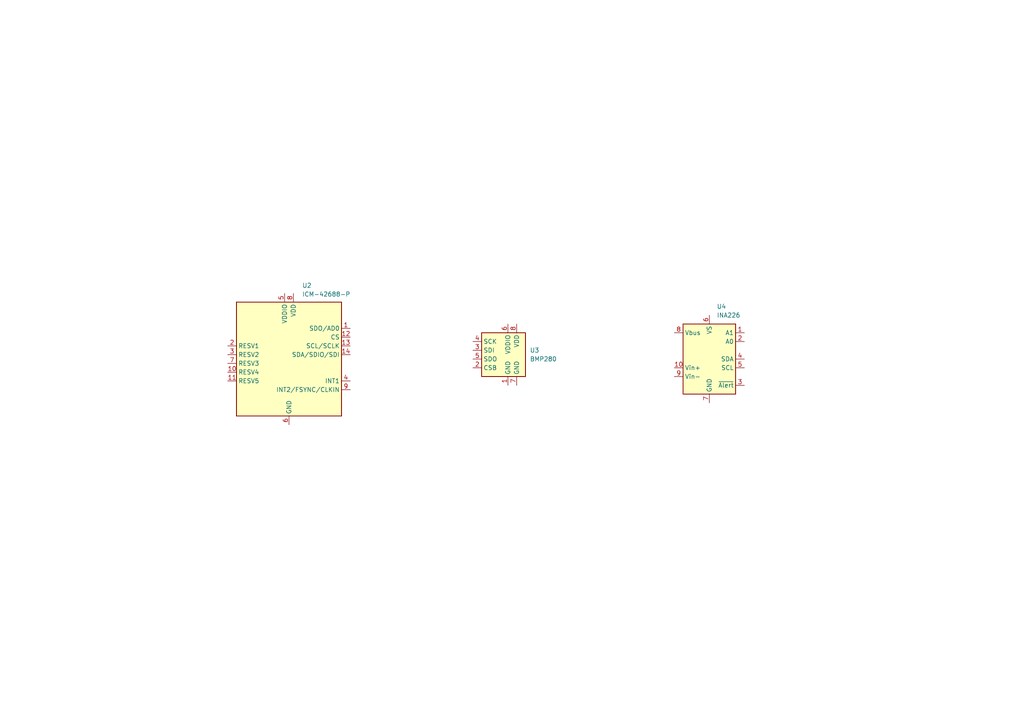
<source format=kicad_sch>
(kicad_sch (version 20250114) (generator "eeschema") (generator_version "9.0")
  (paper "A4")
  (title_block (title "THUNDER HORSE") (date "2026-01-28") (rev "1.0") (company "Chapuzas S.L."))
  (lib_symbols
    (symbol "Custom_Parts:ICM-42688-P"
      (property "Reference" "U" (at 4.826 21.59 0))
      (property "Value" "ICM-42688-P" (at 4.826 19.05 0))
      (symbol "ICM-42688-P_1_1"
        (rectangle (start -15.24 16.51) (end 15.24 -16.51) (stroke (width 0.254)) (fill (type background)))
        (pin passive line (at -17.78 3.81 0) (length 2.54) (name "RESV1") (number "2"))
        (pin passive line (at -17.78 1.27 0) (length 2.54) (name "RESV2") (number "3"))
        (pin passive line (at -17.78 -1.27 0) (length 2.54) (name "RESV3") (number "7"))
        (pin passive line (at -17.78 -3.81 0) (length 2.54) (name "RESV4") (number "10"))
        (pin passive line (at -17.78 -6.35 0) (length 2.54) (name "RESV5") (number "11"))
        (pin passive line (at -1.27 19.05 270) (length 2.54) (name "VDDIO") (number "5"))
        (pin passive line (at 0 -19.05 90) (length 2.54) (name "GND") (number "6"))
        (pin passive line (at 1.27 19.05 270) (length 2.54) (name "VDD") (number "8"))
        (pin passive line (at 17.78 8.89 180) (length 2.54) (name "SDO/AD0") (number "1"))
        (pin passive line (at 17.78 6.35 180) (length 2.54) (name "CS") (number "12"))
        (pin passive line (at 17.78 3.81 180) (length 2.54) (name "SCL/SCLK") (number "13"))
        (pin passive line (at 17.78 1.27 180) (length 2.54) (name "SDA/SDIO/SDI") (number "14"))
        (pin passive line (at 17.78 -6.35 180) (length 2.54) (name "INT1") (number "4"))
        (pin passive line (at 17.78 -8.89 180) (length 2.54) (name "INT2/FSYNC/CLKIN") (number "9"))
      )
    )
    (symbol "Sensor_Energy:INA226"
      (property "Reference" "U" (at -6.35 11.43 0))
      (property "Value" "INA226" (at 3.81 11.43 0))
      (symbol "INA226_0_1"
        (rectangle (start 7.62 10.16) (end -7.62 -10.16) (stroke (width 0.254)) (fill (type background)))
      )
      (symbol "INA226_1_1"
        (pin input line (at -10.16 7.62 0) (length 2.54) (name "Vbus") (number "8"))
        (pin input line (at -10.16 -2.54 0) (length 2.54) (name "Vin+") (number "10"))
        (pin input line (at -10.16 -5.08 0) (length 2.54) (name "Vin-") (number "9"))
        (pin power_in line (at 0 12.7 270) (length 2.54) (name "VS") (number "6"))
        (pin power_in line (at 0 -12.7 90) (length 2.54) (name "GND") (number "7"))
        (pin input line (at 10.16 7.62 180) (length 2.54) (name "A1") (number "1"))
        (pin input line (at 10.16 5.08 180) (length 2.54) (name "A0") (number "2"))
        (pin bidirectional line (at 10.16 0 180) (length 2.54) (name "SDA") (number "4"))
        (pin input line (at 10.16 -2.54 180) (length 2.54) (name "SCL") (number "5"))
        (pin open_collector line (at 10.16 -7.62 180) (length 2.54) (name "~{Alert}") (number "3"))
      )
    )
    (symbol "Sensor_Pressure:BMP280"
      (property "Reference" "U" (at -7.62 10.16 0))
      (property "Value" "BMP280" (at 5.08 10.16 0))
      (symbol "BMP280_0_1"
        (rectangle (start -7.62 -5.08) (end 5.08 7.62) (stroke (width 0.254)) (fill (type background)))
      )
      (symbol "BMP280_1_1"
        (pin input line (at -10.16 5.08 0) (length 2.54) (name "SCK") (number "4"))
        (pin bidirectional line (at -10.16 2.54 0) (length 2.54) (name "SDI") (number "3"))
        (pin bidirectional line (at -10.16 0 0) (length 2.54) (name "SDO") (number "5"))
        (pin input line (at -10.16 -2.54 0) (length 2.54) (name "CSB") (number "2"))
        (pin power_in line (at 0 10.16 270) (length 2.54) (name "VDDIO") (number "6"))
        (pin power_in line (at 0 -7.62 90) (length 2.54) (name "GND") (number "1"))
        (pin power_in line (at 2.54 10.16 270) (length 2.54) (name "VDD") (number "8"))
        (pin power_in line (at 2.54 -7.62 90) (length 2.54) (name "GND") (number "7"))
      )
    )
  )
  (symbol (lib_id "Sensor_Energy:INA226") (at 205.74 104.14 0) (unit 1)
    (property "Reference" "U4" (at 207.8833 88.9 0) (effects (justify left)))
    (property "Value" "INA226" (at 207.8833 91.44 0) (effects (justify left)))
    (property "Footprint" "Package_SO:VSSOP-10_3x3mm_P0.5mm" (effects (hide yes)))
    (property "Datasheet" "http://www.ti.com/lit/ds/symlink/ina226.pdf" (effects (hide yes)))
    (property "Description" "High-Side or Low-Side Measurement, Bi-Directional Current and Power Monitor (0-36V) with I2C Compatible Interface, VSSOP-10" (effects (hide yes)))
  )
  (symbol (lib_id "Sensor_Pressure:BMP280") (at 147.32 104.14 0) (unit 1)
    (property "Reference" "U3" (at 153.67 101.5999 0) (effects (justify left)))
    (property "Value" "BMP280" (at 153.67 104.1399 0) (effects (justify left)))
    (property "Footprint" "Package_LGA:Bosch_LGA-8_2x2.5mm_P0.65mm_ClockwisePinNumbering" (effects (hide yes)))
    (property "Datasheet" "https://ae-bst.resource.bosch.com/media/_tech/media/datasheets/BST-BMP280-DS001.pdf" (effects (hide yes)))
    (property "Description" "Absolute Barometric Pressure Sensor, LGA-8" (effects (hide yes)))
  )
  (symbol (lib_id "Custom_Parts:ICM-42688-P") (at 83.82 104.14 0) (unit 1)
    (property "Reference" "U2" (at 87.63 82.804 0) (effects (justify left)))
    (property "Value" "ICM-42688-P" (at 87.63 85.344 0) (effects (justify left)))
    (property "Footprint" "Custom_Parts:ICM-42688-P" (effects (hide yes)))
    (property "Datasheet" "https://3cfeqx1hf82y3xcoull08ihx-wpengine.netdna-ssl.com/wp-content/uploads/2021/06/DS-000347-ICM-42688-P-v1.5.pdf" (effects (hide yes)))
    (property "Description" "IMU (Inertial Measurement Unit), 6-Axis, Accelerometer, Gyroscope" (effects (hide yes)))
    (property "Mouser Part Number" "410-ICM-42688-P" (effects (hide yes)))
    (property "Mouser Price/Stock" "https://www.mouser.co.uk/ProductDetail/TDK-InvenSense/ICM-42688-P?qs=OlC7AqGiEDk8QrNAV728zw%3D%3D" (effects (hide yes)))
    (property "Manufacturer_Name" "TDK" (effects (hide yes)))
    (property "Manufacturer_Part_Number" "ICM-42688-P" (effects (hide yes)))
  )
)
</source>
